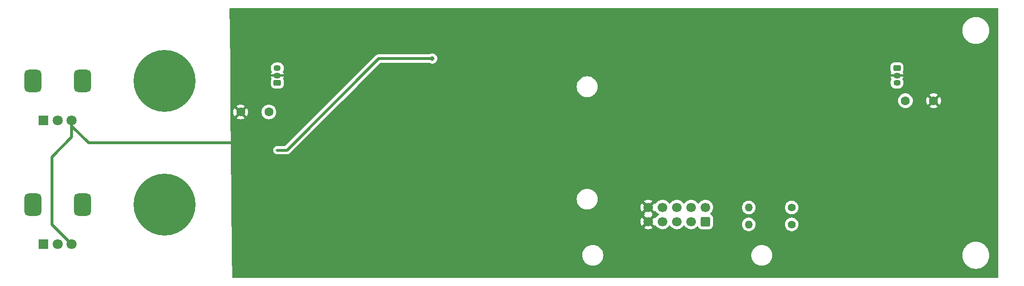
<source format=gtl>
G04 #@! TF.GenerationSoftware,KiCad,Pcbnew,8.0.7*
G04 #@! TF.CreationDate,2025-06-17T21:45:10-04:00*
G04 #@! TF.ProjectId,ESP32_MIDI_Summer25_GTR.kicad_pro,45535033-325f-44d4-9944-495f53756d6d,rev?*
G04 #@! TF.SameCoordinates,Original*
G04 #@! TF.FileFunction,Copper,L1,Top*
G04 #@! TF.FilePolarity,Positive*
%FSLAX46Y46*%
G04 Gerber Fmt 4.6, Leading zero omitted, Abs format (unit mm)*
G04 Created by KiCad (PCBNEW 8.0.7) date 2025-06-17 21:45:10*
%MOMM*%
%LPD*%
G01*
G04 APERTURE LIST*
G04 Aperture macros list*
%AMRoundRect*
0 Rectangle with rounded corners*
0 $1 Rounding radius*
0 $2 $3 $4 $5 $6 $7 $8 $9 X,Y pos of 4 corners*
0 Add a 4 corners polygon primitive as box body*
4,1,4,$2,$3,$4,$5,$6,$7,$8,$9,$2,$3,0*
0 Add four circle primitives for the rounded corners*
1,1,$1+$1,$2,$3*
1,1,$1+$1,$4,$5*
1,1,$1+$1,$6,$7*
1,1,$1+$1,$8,$9*
0 Add four rect primitives between the rounded corners*
20,1,$1+$1,$2,$3,$4,$5,0*
20,1,$1+$1,$4,$5,$6,$7,0*
20,1,$1+$1,$6,$7,$8,$9,0*
20,1,$1+$1,$8,$9,$2,$3,0*%
G04 Aperture macros list end*
G04 #@! TA.AperFunction,ComponentPad*
%ADD10R,1.800000X1.800000*%
G04 #@! TD*
G04 #@! TA.AperFunction,ComponentPad*
%ADD11C,1.800000*%
G04 #@! TD*
G04 #@! TA.AperFunction,ComponentPad*
%ADD12RoundRect,0.750000X0.750000X-1.250000X0.750000X1.250000X-0.750000X1.250000X-0.750000X-1.250000X0*%
G04 #@! TD*
G04 #@! TA.AperFunction,ComponentPad*
%ADD13O,1.300000X1.050000*%
G04 #@! TD*
G04 #@! TA.AperFunction,ComponentPad*
%ADD14RoundRect,0.249900X0.400100X-0.275100X0.400100X0.275100X-0.400100X0.275100X-0.400100X-0.275100X0*%
G04 #@! TD*
G04 #@! TA.AperFunction,ComponentPad*
%ADD15RoundRect,0.249900X-0.400100X0.275100X-0.400100X-0.275100X0.400100X-0.275100X0.400100X0.275100X0*%
G04 #@! TD*
G04 #@! TA.AperFunction,ComponentPad*
%ADD16C,6.800000*%
G04 #@! TD*
G04 #@! TA.AperFunction,ConnectorPad*
%ADD17C,11.000000*%
G04 #@! TD*
G04 #@! TA.AperFunction,ComponentPad*
%ADD18C,1.600000*%
G04 #@! TD*
G04 #@! TA.AperFunction,ComponentPad*
%ADD19C,1.400000*%
G04 #@! TD*
G04 #@! TA.AperFunction,ComponentPad*
%ADD20O,1.400000X1.400000*%
G04 #@! TD*
G04 #@! TA.AperFunction,ComponentPad*
%ADD21RoundRect,0.250000X0.600000X-0.600000X0.600000X0.600000X-0.600000X0.600000X-0.600000X-0.600000X0*%
G04 #@! TD*
G04 #@! TA.AperFunction,ComponentPad*
%ADD22C,1.700000*%
G04 #@! TD*
G04 #@! TA.AperFunction,ViaPad*
%ADD23C,0.800000*%
G04 #@! TD*
G04 #@! TA.AperFunction,Conductor*
%ADD24C,0.500000*%
G04 #@! TD*
G04 APERTURE END LIST*
D10*
X56500000Y-112000000D03*
D11*
X59000000Y-112000000D03*
X61500000Y-112000000D03*
D12*
X54600000Y-105000000D03*
X63400000Y-105000000D03*
D13*
X98000000Y-80700000D03*
X98000000Y-82000000D03*
D14*
X98000000Y-83300000D03*
D15*
X208000000Y-80700000D03*
D13*
X208000000Y-82000000D03*
X208000000Y-83300000D03*
D16*
X78000000Y-105000000D03*
D17*
X78000000Y-105000000D03*
D10*
X56500000Y-90000000D03*
D11*
X59000000Y-90000000D03*
X61500000Y-90000000D03*
D12*
X63400000Y-83000000D03*
X54600000Y-82950000D03*
D16*
X78000000Y-83000000D03*
D17*
X78000000Y-83000000D03*
D18*
X209500000Y-86500000D03*
X214500000Y-86500000D03*
D19*
X189310000Y-105500000D03*
D20*
X181690000Y-105500000D03*
D18*
X96500000Y-88500000D03*
X91500000Y-88500000D03*
D19*
X189310000Y-108500000D03*
D20*
X181690000Y-108500000D03*
D21*
X174000000Y-108000000D03*
D22*
X174000000Y-105460000D03*
X171460000Y-108000000D03*
X171460000Y-105460000D03*
X168920000Y-108000000D03*
X168920000Y-105460000D03*
X166380000Y-108000000D03*
X166380000Y-105460000D03*
X163840000Y-108000000D03*
X163840000Y-105460000D03*
D23*
X125500000Y-79000000D03*
X128000000Y-76500000D03*
D24*
X116000000Y-79000000D02*
X125500000Y-79000000D01*
X98000000Y-95300000D02*
X99700000Y-95300000D01*
X99700000Y-95300000D02*
X116000000Y-79000000D01*
X61500000Y-91000000D02*
X64500000Y-94000000D01*
X64500000Y-94000000D02*
X98000000Y-94000000D01*
X58000000Y-108500000D02*
X58000000Y-96500000D01*
X61500000Y-112000000D02*
X58000000Y-108500000D01*
X61500000Y-90000000D02*
X61500000Y-91000000D01*
X61500000Y-93000000D02*
X61500000Y-90000000D01*
X58000000Y-96500000D02*
X61500000Y-93000000D01*
G04 #@! TA.AperFunction,Conductor*
G36*
X164954925Y-106221371D02*
G01*
X165008120Y-106145404D01*
X165062697Y-106101780D01*
X165132196Y-106094588D01*
X165194550Y-106126111D01*
X165211268Y-106145404D01*
X165341505Y-106331401D01*
X165341506Y-106331402D01*
X165508597Y-106498493D01*
X165508603Y-106498498D01*
X165694158Y-106628425D01*
X165737783Y-106683002D01*
X165744977Y-106752500D01*
X165713454Y-106814855D01*
X165694158Y-106831575D01*
X165508597Y-106961505D01*
X165341508Y-107128594D01*
X165211269Y-107314595D01*
X165156692Y-107358219D01*
X165087193Y-107365412D01*
X165024839Y-107333890D01*
X165008119Y-107314595D01*
X164954925Y-107238626D01*
X164322962Y-107870590D01*
X164305925Y-107807007D01*
X164240099Y-107692993D01*
X164147007Y-107599901D01*
X164032993Y-107534075D01*
X163969409Y-107517037D01*
X164601372Y-106885073D01*
X164524969Y-106831575D01*
X164481344Y-106776998D01*
X164474152Y-106707499D01*
X164505674Y-106645144D01*
X164524968Y-106628426D01*
X164601371Y-106574925D01*
X163969408Y-105942962D01*
X164032993Y-105925925D01*
X164147007Y-105860099D01*
X164240099Y-105767007D01*
X164305925Y-105652993D01*
X164322962Y-105589408D01*
X164954925Y-106221371D01*
G37*
G04 #@! TD.AperFunction*
G04 #@! TA.AperFunction,Conductor*
G36*
X225943039Y-70019685D02*
G01*
X225988794Y-70072489D01*
X226000000Y-70124000D01*
X226000000Y-117876000D01*
X225980315Y-117943039D01*
X225927511Y-117988794D01*
X225876000Y-118000000D01*
X90108239Y-118000000D01*
X90041200Y-117980315D01*
X89995445Y-117927511D01*
X89984245Y-117877204D01*
X89945425Y-113878712D01*
X152149500Y-113878712D01*
X152149500Y-114121288D01*
X152181162Y-114361789D01*
X152192133Y-114402732D01*
X152243947Y-114596104D01*
X152336773Y-114820205D01*
X152336776Y-114820212D01*
X152458064Y-115030289D01*
X152458066Y-115030292D01*
X152458067Y-115030293D01*
X152605733Y-115222736D01*
X152605739Y-115222743D01*
X152777256Y-115394260D01*
X152777262Y-115394265D01*
X152969711Y-115541936D01*
X153179788Y-115663224D01*
X153403900Y-115756054D01*
X153638211Y-115818838D01*
X153818586Y-115842584D01*
X153878711Y-115850500D01*
X153878712Y-115850500D01*
X154121289Y-115850500D01*
X154169388Y-115844167D01*
X154361789Y-115818838D01*
X154596100Y-115756054D01*
X154820212Y-115663224D01*
X155030289Y-115541936D01*
X155222738Y-115394265D01*
X155394265Y-115222738D01*
X155541936Y-115030289D01*
X155663224Y-114820212D01*
X155756054Y-114596100D01*
X155818838Y-114361789D01*
X155850500Y-114121288D01*
X155850500Y-113878712D01*
X182149500Y-113878712D01*
X182149500Y-114121288D01*
X182181162Y-114361789D01*
X182192133Y-114402732D01*
X182243947Y-114596104D01*
X182336773Y-114820205D01*
X182336776Y-114820212D01*
X182458064Y-115030289D01*
X182458066Y-115030292D01*
X182458067Y-115030293D01*
X182605733Y-115222736D01*
X182605739Y-115222743D01*
X182777256Y-115394260D01*
X182777262Y-115394265D01*
X182969711Y-115541936D01*
X183179788Y-115663224D01*
X183403900Y-115756054D01*
X183638211Y-115818838D01*
X183818586Y-115842584D01*
X183878711Y-115850500D01*
X183878712Y-115850500D01*
X184121289Y-115850500D01*
X184169388Y-115844167D01*
X184361789Y-115818838D01*
X184596100Y-115756054D01*
X184820212Y-115663224D01*
X185030289Y-115541936D01*
X185222738Y-115394265D01*
X185394265Y-115222738D01*
X185541936Y-115030289D01*
X185663224Y-114820212D01*
X185756054Y-114596100D01*
X185818838Y-114361789D01*
X185850500Y-114121288D01*
X185850500Y-113878712D01*
X185848719Y-113865186D01*
X219599500Y-113865186D01*
X219599500Y-114134813D01*
X219629686Y-114402719D01*
X219629688Y-114402731D01*
X219689684Y-114665594D01*
X219689687Y-114665602D01*
X219778734Y-114920082D01*
X219895714Y-115162994D01*
X219895716Y-115162997D01*
X220039162Y-115391289D01*
X220207266Y-115602085D01*
X220397915Y-115792734D01*
X220608711Y-115960838D01*
X220837003Y-116104284D01*
X221079921Y-116221267D01*
X221271049Y-116288145D01*
X221334397Y-116310312D01*
X221334405Y-116310315D01*
X221334408Y-116310315D01*
X221334409Y-116310316D01*
X221597268Y-116370312D01*
X221865187Y-116400499D01*
X221865188Y-116400500D01*
X221865191Y-116400500D01*
X222134812Y-116400500D01*
X222134812Y-116400499D01*
X222402732Y-116370312D01*
X222665591Y-116310316D01*
X222920079Y-116221267D01*
X223162997Y-116104284D01*
X223391289Y-115960838D01*
X223602085Y-115792734D01*
X223792734Y-115602085D01*
X223960838Y-115391289D01*
X224104284Y-115162997D01*
X224221267Y-114920079D01*
X224310316Y-114665591D01*
X224370312Y-114402732D01*
X224400500Y-114134809D01*
X224400500Y-113865191D01*
X224370312Y-113597268D01*
X224310316Y-113334409D01*
X224221267Y-113079921D01*
X224104284Y-112837003D01*
X223960838Y-112608711D01*
X223792734Y-112397915D01*
X223602085Y-112207266D01*
X223391289Y-112039162D01*
X223162997Y-111895716D01*
X223162994Y-111895714D01*
X222920082Y-111778734D01*
X222665602Y-111689687D01*
X222665594Y-111689684D01*
X222468446Y-111644687D01*
X222402732Y-111629688D01*
X222402728Y-111629687D01*
X222402719Y-111629686D01*
X222134813Y-111599500D01*
X222134809Y-111599500D01*
X221865191Y-111599500D01*
X221865186Y-111599500D01*
X221597280Y-111629686D01*
X221597268Y-111629688D01*
X221334405Y-111689684D01*
X221334397Y-111689687D01*
X221079917Y-111778734D01*
X220837005Y-111895714D01*
X220608712Y-112039161D01*
X220397915Y-112207265D01*
X220207265Y-112397915D01*
X220039161Y-112608712D01*
X219895714Y-112837005D01*
X219778734Y-113079917D01*
X219689687Y-113334397D01*
X219689684Y-113334405D01*
X219629688Y-113597268D01*
X219629686Y-113597280D01*
X219599500Y-113865186D01*
X185848719Y-113865186D01*
X185818838Y-113638211D01*
X185756054Y-113403900D01*
X185663224Y-113179788D01*
X185541936Y-112969711D01*
X185394265Y-112777262D01*
X185394260Y-112777256D01*
X185222743Y-112605739D01*
X185222736Y-112605733D01*
X185030293Y-112458067D01*
X185030292Y-112458066D01*
X185030289Y-112458064D01*
X184820212Y-112336776D01*
X184820205Y-112336773D01*
X184596104Y-112243947D01*
X184361785Y-112181161D01*
X184121289Y-112149500D01*
X184121288Y-112149500D01*
X183878712Y-112149500D01*
X183878711Y-112149500D01*
X183638214Y-112181161D01*
X183403895Y-112243947D01*
X183179794Y-112336773D01*
X183179785Y-112336777D01*
X182969706Y-112458067D01*
X182777263Y-112605733D01*
X182777256Y-112605739D01*
X182605739Y-112777256D01*
X182605733Y-112777263D01*
X182458067Y-112969706D01*
X182336777Y-113179785D01*
X182336773Y-113179794D01*
X182243947Y-113403895D01*
X182181161Y-113638214D01*
X182151281Y-113865186D01*
X182149500Y-113878712D01*
X155850500Y-113878712D01*
X155818838Y-113638211D01*
X155756054Y-113403900D01*
X155663224Y-113179788D01*
X155541936Y-112969711D01*
X155394265Y-112777262D01*
X155394260Y-112777256D01*
X155222743Y-112605739D01*
X155222736Y-112605733D01*
X155030293Y-112458067D01*
X155030292Y-112458066D01*
X155030289Y-112458064D01*
X154820212Y-112336776D01*
X154820205Y-112336773D01*
X154596104Y-112243947D01*
X154361785Y-112181161D01*
X154121289Y-112149500D01*
X154121288Y-112149500D01*
X153878712Y-112149500D01*
X153878711Y-112149500D01*
X153638214Y-112181161D01*
X153403895Y-112243947D01*
X153179794Y-112336773D01*
X153179785Y-112336777D01*
X152969706Y-112458067D01*
X152777263Y-112605733D01*
X152777256Y-112605739D01*
X152605739Y-112777256D01*
X152605733Y-112777263D01*
X152458067Y-112969706D01*
X152336777Y-113179785D01*
X152336773Y-113179794D01*
X152243947Y-113403895D01*
X152181161Y-113638214D01*
X152151281Y-113865186D01*
X152149500Y-113878712D01*
X89945425Y-113878712D01*
X89848337Y-103878711D01*
X151149500Y-103878711D01*
X151149500Y-104121288D01*
X151178343Y-104340382D01*
X151181162Y-104361789D01*
X151196962Y-104420754D01*
X151243947Y-104596104D01*
X151325873Y-104793890D01*
X151336776Y-104820212D01*
X151458064Y-105030289D01*
X151458066Y-105030292D01*
X151458067Y-105030293D01*
X151605733Y-105222736D01*
X151605739Y-105222743D01*
X151777256Y-105394260D01*
X151777262Y-105394265D01*
X151969711Y-105541936D01*
X152179788Y-105663224D01*
X152403900Y-105756054D01*
X152638211Y-105818838D01*
X152818586Y-105842584D01*
X152878711Y-105850500D01*
X152878712Y-105850500D01*
X153121289Y-105850500D01*
X153169388Y-105844167D01*
X153361789Y-105818838D01*
X153596100Y-105756054D01*
X153820212Y-105663224D01*
X154030289Y-105541936D01*
X154137073Y-105459998D01*
X162484843Y-105459998D01*
X162484843Y-105460001D01*
X162505430Y-105695315D01*
X162505432Y-105695326D01*
X162566566Y-105923483D01*
X162566570Y-105923492D01*
X162666398Y-106137576D01*
X162725073Y-106221372D01*
X163357037Y-105589408D01*
X163374075Y-105652993D01*
X163439901Y-105767007D01*
X163532993Y-105860099D01*
X163647007Y-105925925D01*
X163710591Y-105942962D01*
X163078626Y-106574926D01*
X163155031Y-106628426D01*
X163198656Y-106683003D01*
X163205848Y-106752501D01*
X163174326Y-106814856D01*
X163155030Y-106831575D01*
X163078627Y-106885072D01*
X163078626Y-106885073D01*
X163710591Y-107517037D01*
X163647007Y-107534075D01*
X163532993Y-107599901D01*
X163439901Y-107692993D01*
X163374075Y-107807007D01*
X163357037Y-107870590D01*
X162725073Y-107238626D01*
X162725073Y-107238627D01*
X162666400Y-107322421D01*
X162666399Y-107322423D01*
X162566570Y-107536507D01*
X162566566Y-107536516D01*
X162505432Y-107764673D01*
X162505430Y-107764684D01*
X162484843Y-107999998D01*
X162484843Y-108000001D01*
X162505430Y-108235315D01*
X162505432Y-108235326D01*
X162566566Y-108463483D01*
X162566570Y-108463492D01*
X162666398Y-108677576D01*
X162725073Y-108761372D01*
X163357037Y-108129408D01*
X163374075Y-108192993D01*
X163439901Y-108307007D01*
X163532993Y-108400099D01*
X163647007Y-108465925D01*
X163710591Y-108482962D01*
X163078626Y-109114926D01*
X163162417Y-109173598D01*
X163162421Y-109173600D01*
X163376507Y-109273429D01*
X163376516Y-109273433D01*
X163604673Y-109334567D01*
X163604684Y-109334569D01*
X163839998Y-109355157D01*
X163840002Y-109355157D01*
X164075315Y-109334569D01*
X164075326Y-109334567D01*
X164303483Y-109273433D01*
X164303492Y-109273429D01*
X164517580Y-109173599D01*
X164601371Y-109114925D01*
X163969408Y-108482962D01*
X164032993Y-108465925D01*
X164147007Y-108400099D01*
X164240099Y-108307007D01*
X164305925Y-108192993D01*
X164322962Y-108129408D01*
X164954925Y-108761371D01*
X165008120Y-108685404D01*
X165062697Y-108641780D01*
X165132196Y-108634588D01*
X165194550Y-108666111D01*
X165211268Y-108685404D01*
X165341505Y-108871401D01*
X165508599Y-109038495D01*
X165551675Y-109068657D01*
X165702165Y-109174032D01*
X165702167Y-109174033D01*
X165702170Y-109174035D01*
X165916337Y-109273903D01*
X166144592Y-109335063D01*
X166321034Y-109350500D01*
X166379999Y-109355659D01*
X166380000Y-109355659D01*
X166380001Y-109355659D01*
X166438966Y-109350500D01*
X166615408Y-109335063D01*
X166843663Y-109273903D01*
X167057830Y-109174035D01*
X167251401Y-109038495D01*
X167418495Y-108871401D01*
X167548425Y-108685842D01*
X167603002Y-108642217D01*
X167672500Y-108635023D01*
X167734855Y-108666546D01*
X167751575Y-108685842D01*
X167879109Y-108867980D01*
X167881505Y-108871401D01*
X168048599Y-109038495D01*
X168091675Y-109068657D01*
X168242165Y-109174032D01*
X168242167Y-109174033D01*
X168242170Y-109174035D01*
X168456337Y-109273903D01*
X168684592Y-109335063D01*
X168861034Y-109350500D01*
X168919999Y-109355659D01*
X168920000Y-109355659D01*
X168920001Y-109355659D01*
X168978966Y-109350500D01*
X169155408Y-109335063D01*
X169383663Y-109273903D01*
X169597830Y-109174035D01*
X169791401Y-109038495D01*
X169958495Y-108871401D01*
X170088425Y-108685842D01*
X170143002Y-108642217D01*
X170212500Y-108635023D01*
X170274855Y-108666546D01*
X170291575Y-108685842D01*
X170419109Y-108867980D01*
X170421505Y-108871401D01*
X170588599Y-109038495D01*
X170631675Y-109068657D01*
X170782165Y-109174032D01*
X170782167Y-109174033D01*
X170782170Y-109174035D01*
X170996337Y-109273903D01*
X171224592Y-109335063D01*
X171401034Y-109350500D01*
X171459999Y-109355659D01*
X171460000Y-109355659D01*
X171460001Y-109355659D01*
X171518966Y-109350500D01*
X171695408Y-109335063D01*
X171923663Y-109273903D01*
X172137830Y-109174035D01*
X172331401Y-109038495D01*
X172498495Y-108871401D01*
X172498504Y-108871388D01*
X172499636Y-108870040D01*
X172500293Y-108869602D01*
X172502323Y-108867573D01*
X172502730Y-108867980D01*
X172557805Y-108831334D01*
X172627666Y-108830220D01*
X172687038Y-108867053D01*
X172712337Y-108910735D01*
X172715185Y-108919331D01*
X172715187Y-108919336D01*
X172750069Y-108975888D01*
X172807288Y-109068656D01*
X172931344Y-109192712D01*
X173080666Y-109284814D01*
X173247203Y-109339999D01*
X173349991Y-109350500D01*
X174650008Y-109350499D01*
X174752797Y-109339999D01*
X174919334Y-109284814D01*
X175068656Y-109192712D01*
X175192712Y-109068656D01*
X175284814Y-108919334D01*
X175339999Y-108752797D01*
X175350500Y-108650009D01*
X175350500Y-108499999D01*
X180484357Y-108499999D01*
X180484357Y-108500000D01*
X180504884Y-108721535D01*
X180504885Y-108721537D01*
X180565769Y-108935523D01*
X180565775Y-108935538D01*
X180664938Y-109134683D01*
X180664943Y-109134691D01*
X180799020Y-109312238D01*
X180963437Y-109462123D01*
X180963439Y-109462125D01*
X181152595Y-109579245D01*
X181152596Y-109579245D01*
X181152599Y-109579247D01*
X181360060Y-109659618D01*
X181578757Y-109700500D01*
X181578759Y-109700500D01*
X181801241Y-109700500D01*
X181801243Y-109700500D01*
X182019940Y-109659618D01*
X182227401Y-109579247D01*
X182416562Y-109462124D01*
X182580981Y-109312236D01*
X182715058Y-109134689D01*
X182814229Y-108935528D01*
X182875115Y-108721536D01*
X182895643Y-108500000D01*
X182895643Y-108499999D01*
X188104357Y-108499999D01*
X188104357Y-108500000D01*
X188124884Y-108721535D01*
X188124885Y-108721537D01*
X188185769Y-108935523D01*
X188185775Y-108935538D01*
X188284938Y-109134683D01*
X188284943Y-109134691D01*
X188419020Y-109312238D01*
X188583437Y-109462123D01*
X188583439Y-109462125D01*
X188772595Y-109579245D01*
X188772596Y-109579245D01*
X188772599Y-109579247D01*
X188980060Y-109659618D01*
X189198757Y-109700500D01*
X189198759Y-109700500D01*
X189421241Y-109700500D01*
X189421243Y-109700500D01*
X189639940Y-109659618D01*
X189847401Y-109579247D01*
X190036562Y-109462124D01*
X190200981Y-109312236D01*
X190335058Y-109134689D01*
X190434229Y-108935528D01*
X190495115Y-108721536D01*
X190515643Y-108500000D01*
X190513051Y-108472032D01*
X190495115Y-108278464D01*
X190495114Y-108278462D01*
X190482864Y-108235408D01*
X190434229Y-108064472D01*
X190434224Y-108064461D01*
X190335061Y-107865316D01*
X190335056Y-107865308D01*
X190200979Y-107687761D01*
X190036562Y-107537876D01*
X190036560Y-107537874D01*
X189847404Y-107420754D01*
X189847398Y-107420752D01*
X189639940Y-107340382D01*
X189421243Y-107299500D01*
X189198757Y-107299500D01*
X188980060Y-107340382D01*
X188848864Y-107391207D01*
X188772601Y-107420752D01*
X188772595Y-107420754D01*
X188583439Y-107537874D01*
X188583437Y-107537876D01*
X188419020Y-107687761D01*
X188284943Y-107865308D01*
X188284938Y-107865316D01*
X188185775Y-108064461D01*
X188185769Y-108064476D01*
X188124885Y-108278462D01*
X188124884Y-108278464D01*
X188104357Y-108499999D01*
X182895643Y-108499999D01*
X182893051Y-108472032D01*
X182875115Y-108278464D01*
X182875114Y-108278462D01*
X182862864Y-108235408D01*
X182814229Y-108064472D01*
X182814224Y-108064461D01*
X182715061Y-107865316D01*
X182715056Y-107865308D01*
X182580979Y-107687761D01*
X182416562Y-107537876D01*
X182416560Y-107537874D01*
X182227404Y-107420754D01*
X182227398Y-107420752D01*
X182019940Y-107340382D01*
X181801243Y-107299500D01*
X181578757Y-107299500D01*
X181360060Y-107340382D01*
X181228864Y-107391207D01*
X181152601Y-107420752D01*
X181152595Y-107420754D01*
X180963439Y-107537874D01*
X180963437Y-107537876D01*
X180799020Y-107687761D01*
X180664943Y-107865308D01*
X180664938Y-107865316D01*
X180565775Y-108064461D01*
X180565769Y-108064476D01*
X180504885Y-108278462D01*
X180504884Y-108278464D01*
X180484357Y-108499999D01*
X175350500Y-108499999D01*
X175350499Y-107349992D01*
X175339999Y-107247203D01*
X175284814Y-107080666D01*
X175192712Y-106931344D01*
X175068656Y-106807288D01*
X174975888Y-106750069D01*
X174919336Y-106715187D01*
X174919331Y-106715185D01*
X174919215Y-106715146D01*
X174910733Y-106712336D01*
X174853290Y-106672564D01*
X174826467Y-106608048D01*
X174838782Y-106539272D01*
X174867767Y-106502517D01*
X174867573Y-106502323D01*
X174869219Y-106500676D01*
X174870040Y-106499636D01*
X174871388Y-106498504D01*
X174871401Y-106498495D01*
X175038495Y-106331401D01*
X175174035Y-106137830D01*
X175273903Y-105923663D01*
X175335063Y-105695408D01*
X175352159Y-105499999D01*
X180484357Y-105499999D01*
X180484357Y-105500000D01*
X180504884Y-105721535D01*
X180504885Y-105721537D01*
X180565769Y-105935523D01*
X180565775Y-105935538D01*
X180664938Y-106134683D01*
X180664943Y-106134691D01*
X180799020Y-106312238D01*
X180963437Y-106462123D01*
X180963439Y-106462125D01*
X181152595Y-106579245D01*
X181152596Y-106579245D01*
X181152599Y-106579247D01*
X181360060Y-106659618D01*
X181578757Y-106700500D01*
X181578759Y-106700500D01*
X181801241Y-106700500D01*
X181801243Y-106700500D01*
X182019940Y-106659618D01*
X182227401Y-106579247D01*
X182416562Y-106462124D01*
X182580981Y-106312236D01*
X182715058Y-106134689D01*
X182814229Y-105935528D01*
X182875115Y-105721536D01*
X182895643Y-105500000D01*
X182895643Y-105499999D01*
X188104357Y-105499999D01*
X188104357Y-105500000D01*
X188124884Y-105721535D01*
X188124885Y-105721537D01*
X188185769Y-105935523D01*
X188185775Y-105935538D01*
X188284938Y-106134683D01*
X188284943Y-106134691D01*
X188419020Y-106312238D01*
X188583437Y-106462123D01*
X188583439Y-106462125D01*
X188772595Y-106579245D01*
X188772596Y-106579245D01*
X188772599Y-106579247D01*
X188980060Y-106659618D01*
X189198757Y-106700500D01*
X189198759Y-106700500D01*
X189421241Y-106700500D01*
X189421243Y-106700500D01*
X189639940Y-106659618D01*
X189847401Y-106579247D01*
X190036562Y-106462124D01*
X190200981Y-106312236D01*
X190335058Y-106134689D01*
X190434229Y-105935528D01*
X190495115Y-105721536D01*
X190515643Y-105500000D01*
X190505845Y-105394266D01*
X190495115Y-105278464D01*
X190495114Y-105278462D01*
X190479259Y-105222738D01*
X190434229Y-105064472D01*
X190400391Y-104996516D01*
X190335061Y-104865316D01*
X190335056Y-104865308D01*
X190200979Y-104687761D01*
X190036562Y-104537876D01*
X190036560Y-104537874D01*
X189847404Y-104420754D01*
X189847398Y-104420752D01*
X189639940Y-104340382D01*
X189421243Y-104299500D01*
X189198757Y-104299500D01*
X188980060Y-104340382D01*
X188848864Y-104391207D01*
X188772601Y-104420752D01*
X188772595Y-104420754D01*
X188583439Y-104537874D01*
X188583437Y-104537876D01*
X188419020Y-104687761D01*
X188284943Y-104865308D01*
X188284938Y-104865316D01*
X188185775Y-105064461D01*
X188185769Y-105064476D01*
X188124885Y-105278462D01*
X188124884Y-105278464D01*
X188104357Y-105499999D01*
X182895643Y-105499999D01*
X182885845Y-105394266D01*
X182875115Y-105278464D01*
X182875114Y-105278462D01*
X182859259Y-105222738D01*
X182814229Y-105064472D01*
X182780391Y-104996516D01*
X182715061Y-104865316D01*
X182715056Y-104865308D01*
X182580979Y-104687761D01*
X182416562Y-104537876D01*
X182416560Y-104537874D01*
X182227404Y-104420754D01*
X182227398Y-104420752D01*
X182019940Y-104340382D01*
X181801243Y-104299500D01*
X181578757Y-104299500D01*
X181360060Y-104340382D01*
X181228864Y-104391207D01*
X181152601Y-104420752D01*
X181152595Y-104420754D01*
X180963439Y-104537874D01*
X180963437Y-104537876D01*
X180799020Y-104687761D01*
X180664943Y-104865308D01*
X180664938Y-104865316D01*
X180565775Y-105064461D01*
X180565769Y-105064476D01*
X180504885Y-105278462D01*
X180504884Y-105278464D01*
X180484357Y-105499999D01*
X175352159Y-105499999D01*
X175355659Y-105460000D01*
X175335063Y-105224592D01*
X175273903Y-104996337D01*
X175174035Y-104782171D01*
X175168731Y-104774595D01*
X175038494Y-104588597D01*
X174871402Y-104421506D01*
X174871395Y-104421501D01*
X174870325Y-104420752D01*
X174762245Y-104345073D01*
X174677834Y-104285967D01*
X174677830Y-104285965D01*
X174677828Y-104285964D01*
X174463663Y-104186097D01*
X174463659Y-104186096D01*
X174463655Y-104186094D01*
X174235413Y-104124938D01*
X174235403Y-104124936D01*
X174000001Y-104104341D01*
X173999999Y-104104341D01*
X173764596Y-104124936D01*
X173764586Y-104124938D01*
X173536344Y-104186094D01*
X173536335Y-104186098D01*
X173322171Y-104285964D01*
X173322169Y-104285965D01*
X173128597Y-104421505D01*
X172961505Y-104588597D01*
X172831575Y-104774158D01*
X172776998Y-104817783D01*
X172707500Y-104824977D01*
X172645145Y-104793454D01*
X172628425Y-104774158D01*
X172498494Y-104588597D01*
X172331402Y-104421506D01*
X172331395Y-104421501D01*
X172330325Y-104420752D01*
X172222245Y-104345073D01*
X172137834Y-104285967D01*
X172137830Y-104285965D01*
X172137828Y-104285964D01*
X171923663Y-104186097D01*
X171923659Y-104186096D01*
X171923655Y-104186094D01*
X171695413Y-104124938D01*
X171695403Y-104124936D01*
X171460001Y-104104341D01*
X171459999Y-104104341D01*
X171224596Y-104124936D01*
X171224586Y-104124938D01*
X170996344Y-104186094D01*
X170996335Y-104186098D01*
X170782171Y-104285964D01*
X170782169Y-104285965D01*
X170588597Y-104421505D01*
X170421505Y-104588597D01*
X170291575Y-104774158D01*
X170236998Y-104817783D01*
X170167500Y-104824977D01*
X170105145Y-104793454D01*
X170088425Y-104774158D01*
X169958494Y-104588597D01*
X169791402Y-104421506D01*
X169791395Y-104421501D01*
X169790325Y-104420752D01*
X169682245Y-104345073D01*
X169597834Y-104285967D01*
X169597830Y-104285965D01*
X169597828Y-104285964D01*
X169383663Y-104186097D01*
X169383659Y-104186096D01*
X169383655Y-104186094D01*
X169155413Y-104124938D01*
X169155403Y-104124936D01*
X168920001Y-104104341D01*
X168919999Y-104104341D01*
X168684596Y-104124936D01*
X168684586Y-104124938D01*
X168456344Y-104186094D01*
X168456335Y-104186098D01*
X168242171Y-104285964D01*
X168242169Y-104285965D01*
X168048597Y-104421505D01*
X167881505Y-104588597D01*
X167751575Y-104774158D01*
X167696998Y-104817783D01*
X167627500Y-104824977D01*
X167565145Y-104793454D01*
X167548425Y-104774158D01*
X167418494Y-104588597D01*
X167251402Y-104421506D01*
X167251395Y-104421501D01*
X167250325Y-104420752D01*
X167142245Y-104345073D01*
X167057834Y-104285967D01*
X167057830Y-104285965D01*
X167057828Y-104285964D01*
X166843663Y-104186097D01*
X166843659Y-104186096D01*
X166843655Y-104186094D01*
X166615413Y-104124938D01*
X166615403Y-104124936D01*
X166380001Y-104104341D01*
X166379999Y-104104341D01*
X166144596Y-104124936D01*
X166144586Y-104124938D01*
X165916344Y-104186094D01*
X165916335Y-104186098D01*
X165702171Y-104285964D01*
X165702169Y-104285965D01*
X165508597Y-104421505D01*
X165341508Y-104588594D01*
X165211269Y-104774595D01*
X165156692Y-104818219D01*
X165087193Y-104825412D01*
X165024839Y-104793890D01*
X165008119Y-104774595D01*
X164954925Y-104698626D01*
X164322962Y-105330590D01*
X164305925Y-105267007D01*
X164240099Y-105152993D01*
X164147007Y-105059901D01*
X164032993Y-104994075D01*
X163969409Y-104977037D01*
X164601372Y-104345073D01*
X164517576Y-104286398D01*
X164303492Y-104186570D01*
X164303483Y-104186566D01*
X164075326Y-104125432D01*
X164075315Y-104125430D01*
X163840002Y-104104843D01*
X163839998Y-104104843D01*
X163604684Y-104125430D01*
X163604673Y-104125432D01*
X163376516Y-104186566D01*
X163376507Y-104186570D01*
X163162423Y-104286399D01*
X163162421Y-104286400D01*
X163078627Y-104345073D01*
X163078626Y-104345073D01*
X163710591Y-104977037D01*
X163647007Y-104994075D01*
X163532993Y-105059901D01*
X163439901Y-105152993D01*
X163374075Y-105267007D01*
X163357037Y-105330590D01*
X162725073Y-104698626D01*
X162725073Y-104698627D01*
X162666400Y-104782421D01*
X162666399Y-104782423D01*
X162566570Y-104996507D01*
X162566566Y-104996516D01*
X162505432Y-105224673D01*
X162505430Y-105224684D01*
X162484843Y-105459998D01*
X154137073Y-105459998D01*
X154222738Y-105394265D01*
X154394265Y-105222738D01*
X154541936Y-105030289D01*
X154663224Y-104820212D01*
X154756054Y-104596100D01*
X154818838Y-104361789D01*
X154850500Y-104121288D01*
X154850500Y-103878712D01*
X154818838Y-103638211D01*
X154756054Y-103403900D01*
X154663224Y-103179788D01*
X154541936Y-102969711D01*
X154394265Y-102777262D01*
X154394260Y-102777256D01*
X154222743Y-102605739D01*
X154222736Y-102605733D01*
X154030293Y-102458067D01*
X154030292Y-102458066D01*
X154030289Y-102458064D01*
X153820212Y-102336776D01*
X153820205Y-102336773D01*
X153596104Y-102243947D01*
X153361785Y-102181161D01*
X153121289Y-102149500D01*
X153121288Y-102149500D01*
X152878712Y-102149500D01*
X152878711Y-102149500D01*
X152638214Y-102181161D01*
X152403895Y-102243947D01*
X152179794Y-102336773D01*
X152179785Y-102336777D01*
X151969706Y-102458067D01*
X151777263Y-102605733D01*
X151777256Y-102605739D01*
X151605739Y-102777256D01*
X151605733Y-102777263D01*
X151458067Y-102969706D01*
X151336777Y-103179785D01*
X151336773Y-103179794D01*
X151243947Y-103403895D01*
X151181161Y-103638214D01*
X151149500Y-103878711D01*
X89848337Y-103878711D01*
X89765766Y-95373920D01*
X97249499Y-95373920D01*
X97278340Y-95518907D01*
X97278343Y-95518917D01*
X97334912Y-95655488D01*
X97334919Y-95655501D01*
X97417048Y-95778415D01*
X97417051Y-95778419D01*
X97521580Y-95882948D01*
X97521584Y-95882951D01*
X97644498Y-95965080D01*
X97644511Y-95965087D01*
X97781082Y-96021656D01*
X97781087Y-96021658D01*
X97781091Y-96021658D01*
X97781092Y-96021659D01*
X97926079Y-96050500D01*
X97926082Y-96050500D01*
X99773920Y-96050500D01*
X99871462Y-96031096D01*
X99918913Y-96021658D01*
X100055495Y-95965084D01*
X100104729Y-95932186D01*
X100178416Y-95882952D01*
X109561370Y-86499998D01*
X208194532Y-86499998D01*
X208194532Y-86500001D01*
X208214364Y-86726686D01*
X208214366Y-86726697D01*
X208273258Y-86946488D01*
X208273261Y-86946497D01*
X208369431Y-87152732D01*
X208369432Y-87152734D01*
X208499954Y-87339141D01*
X208660858Y-87500045D01*
X208660861Y-87500047D01*
X208847266Y-87630568D01*
X209053504Y-87726739D01*
X209273308Y-87785635D01*
X209435230Y-87799801D01*
X209499998Y-87805468D01*
X209500000Y-87805468D01*
X209500002Y-87805468D01*
X209556673Y-87800509D01*
X209726692Y-87785635D01*
X209946496Y-87726739D01*
X210152734Y-87630568D01*
X210339139Y-87500047D01*
X210500047Y-87339139D01*
X210630568Y-87152734D01*
X210726739Y-86946496D01*
X210785635Y-86726692D01*
X210805468Y-86500000D01*
X210805468Y-86499997D01*
X213195034Y-86499997D01*
X213195034Y-86500002D01*
X213214858Y-86726599D01*
X213214860Y-86726610D01*
X213273730Y-86946317D01*
X213273735Y-86946331D01*
X213369863Y-87152478D01*
X213420974Y-87225472D01*
X214100000Y-86546446D01*
X214100000Y-86552661D01*
X214127259Y-86654394D01*
X214179920Y-86745606D01*
X214254394Y-86820080D01*
X214345606Y-86872741D01*
X214447339Y-86900000D01*
X214453553Y-86900000D01*
X213774526Y-87579025D01*
X213847513Y-87630132D01*
X213847521Y-87630136D01*
X214053668Y-87726264D01*
X214053682Y-87726269D01*
X214273389Y-87785139D01*
X214273400Y-87785141D01*
X214499998Y-87804966D01*
X214500002Y-87804966D01*
X214726599Y-87785141D01*
X214726610Y-87785139D01*
X214946317Y-87726269D01*
X214946331Y-87726264D01*
X215152478Y-87630136D01*
X215225471Y-87579024D01*
X214546447Y-86900000D01*
X214552661Y-86900000D01*
X214654394Y-86872741D01*
X214745606Y-86820080D01*
X214820080Y-86745606D01*
X214872741Y-86654394D01*
X214900000Y-86552661D01*
X214900000Y-86546447D01*
X215579024Y-87225471D01*
X215630136Y-87152478D01*
X215726264Y-86946331D01*
X215726269Y-86946317D01*
X215785139Y-86726610D01*
X215785141Y-86726599D01*
X215804966Y-86500002D01*
X215804966Y-86499997D01*
X215785141Y-86273400D01*
X215785139Y-86273389D01*
X215726269Y-86053682D01*
X215726264Y-86053668D01*
X215630136Y-85847521D01*
X215630132Y-85847513D01*
X215579025Y-85774526D01*
X214900000Y-86453551D01*
X214900000Y-86447339D01*
X214872741Y-86345606D01*
X214820080Y-86254394D01*
X214745606Y-86179920D01*
X214654394Y-86127259D01*
X214552661Y-86100000D01*
X214546445Y-86100000D01*
X215225472Y-85420974D01*
X215152478Y-85369863D01*
X214946331Y-85273735D01*
X214946317Y-85273730D01*
X214726610Y-85214860D01*
X214726599Y-85214858D01*
X214500002Y-85195034D01*
X214499998Y-85195034D01*
X214273400Y-85214858D01*
X214273389Y-85214860D01*
X214053682Y-85273730D01*
X214053673Y-85273734D01*
X213847516Y-85369866D01*
X213847512Y-85369868D01*
X213774526Y-85420973D01*
X213774526Y-85420974D01*
X214453553Y-86100000D01*
X214447339Y-86100000D01*
X214345606Y-86127259D01*
X214254394Y-86179920D01*
X214179920Y-86254394D01*
X214127259Y-86345606D01*
X214100000Y-86447339D01*
X214100000Y-86453552D01*
X213420974Y-85774526D01*
X213420973Y-85774526D01*
X213369868Y-85847512D01*
X213369866Y-85847516D01*
X213273734Y-86053673D01*
X213273730Y-86053682D01*
X213214860Y-86273389D01*
X213214858Y-86273400D01*
X213195034Y-86499997D01*
X210805468Y-86499997D01*
X210785635Y-86273308D01*
X210726739Y-86053504D01*
X210630568Y-85847266D01*
X210500047Y-85660861D01*
X210500045Y-85660858D01*
X210339141Y-85499954D01*
X210152734Y-85369432D01*
X210152732Y-85369431D01*
X209946497Y-85273261D01*
X209946488Y-85273258D01*
X209726697Y-85214366D01*
X209726693Y-85214365D01*
X209726692Y-85214365D01*
X209726691Y-85214364D01*
X209726686Y-85214364D01*
X209500002Y-85194532D01*
X209499998Y-85194532D01*
X209273313Y-85214364D01*
X209273302Y-85214366D01*
X209053511Y-85273258D01*
X209053502Y-85273261D01*
X208847267Y-85369431D01*
X208847265Y-85369432D01*
X208660858Y-85499954D01*
X208499954Y-85660858D01*
X208369432Y-85847265D01*
X208369431Y-85847267D01*
X208273261Y-86053502D01*
X208273258Y-86053511D01*
X208214366Y-86273302D01*
X208214364Y-86273313D01*
X208194532Y-86499998D01*
X109561370Y-86499998D01*
X112182657Y-83878711D01*
X151149500Y-83878711D01*
X151149500Y-84121288D01*
X151181161Y-84361785D01*
X151243947Y-84596104D01*
X151336773Y-84820205D01*
X151336776Y-84820212D01*
X151458064Y-85030289D01*
X151458066Y-85030292D01*
X151458067Y-85030293D01*
X151605733Y-85222736D01*
X151605739Y-85222743D01*
X151777256Y-85394260D01*
X151777263Y-85394266D01*
X151812070Y-85420974D01*
X151969711Y-85541936D01*
X152179788Y-85663224D01*
X152403900Y-85756054D01*
X152638211Y-85818838D01*
X152818586Y-85842584D01*
X152878711Y-85850500D01*
X152878712Y-85850500D01*
X153121289Y-85850500D01*
X153169388Y-85844167D01*
X153361789Y-85818838D01*
X153596100Y-85756054D01*
X153820212Y-85663224D01*
X154030289Y-85541936D01*
X154222738Y-85394265D01*
X154394265Y-85222738D01*
X154541936Y-85030289D01*
X154663224Y-84820212D01*
X154756054Y-84596100D01*
X154818838Y-84361789D01*
X154850500Y-84121288D01*
X154850500Y-83878712D01*
X154818838Y-83638211D01*
X154756054Y-83403900D01*
X154754854Y-83401004D01*
X154744195Y-83375269D01*
X154663224Y-83179788D01*
X154541936Y-82969711D01*
X154394265Y-82777262D01*
X154394260Y-82777256D01*
X154222743Y-82605739D01*
X154222736Y-82605733D01*
X154030293Y-82458067D01*
X154030292Y-82458066D01*
X154030289Y-82458064D01*
X153820212Y-82336776D01*
X153820205Y-82336773D01*
X153596104Y-82243947D01*
X153478944Y-82212554D01*
X153361789Y-82181162D01*
X153361788Y-82181161D01*
X153361785Y-82181161D01*
X153121289Y-82149500D01*
X153121288Y-82149500D01*
X152878712Y-82149500D01*
X152878711Y-82149500D01*
X152638214Y-82181161D01*
X152403895Y-82243947D01*
X152179794Y-82336773D01*
X152179785Y-82336777D01*
X151969706Y-82458067D01*
X151777263Y-82605733D01*
X151777256Y-82605739D01*
X151605739Y-82777256D01*
X151605733Y-82777263D01*
X151458067Y-82969706D01*
X151336777Y-83179785D01*
X151336773Y-83179794D01*
X151243947Y-83403895D01*
X151181161Y-83638214D01*
X151149500Y-83878711D01*
X112182657Y-83878711D01*
X115686475Y-80374893D01*
X206849500Y-80374893D01*
X206849500Y-81025091D01*
X206849501Y-81025109D01*
X206859999Y-81127876D01*
X206860000Y-81127879D01*
X206915176Y-81294388D01*
X206915181Y-81294399D01*
X206968672Y-81381120D01*
X206987113Y-81448512D01*
X206968321Y-81508460D01*
X206969529Y-81509106D01*
X206966652Y-81514487D01*
X206889390Y-81701016D01*
X206889387Y-81701025D01*
X206879647Y-81750000D01*
X207833012Y-81750000D01*
X207815795Y-81759940D01*
X207759940Y-81815795D01*
X207720444Y-81884204D01*
X207700000Y-81960504D01*
X207700000Y-82039496D01*
X207720444Y-82115796D01*
X207759940Y-82184205D01*
X207815795Y-82240060D01*
X207833012Y-82250000D01*
X206879647Y-82250000D01*
X206889387Y-82298974D01*
X206889390Y-82298983D01*
X206966654Y-82485516D01*
X207030226Y-82580660D01*
X207051103Y-82647337D01*
X207032618Y-82714717D01*
X207030226Y-82718439D01*
X206966214Y-82814242D01*
X206888909Y-83000872D01*
X206888907Y-83000880D01*
X206849500Y-83198992D01*
X206849500Y-83401007D01*
X206888907Y-83599119D01*
X206888909Y-83599127D01*
X206966212Y-83785752D01*
X206966217Y-83785762D01*
X207078441Y-83953718D01*
X207221281Y-84096558D01*
X207389237Y-84208782D01*
X207389241Y-84208784D01*
X207389244Y-84208786D01*
X207575873Y-84286091D01*
X207721210Y-84315000D01*
X207773992Y-84325499D01*
X207773996Y-84325500D01*
X207773997Y-84325500D01*
X208226004Y-84325500D01*
X208226005Y-84325499D01*
X208424127Y-84286091D01*
X208610756Y-84208786D01*
X208778718Y-84096558D01*
X208921558Y-83953718D01*
X209033786Y-83785756D01*
X209111091Y-83599127D01*
X209150500Y-83401003D01*
X209150500Y-83198997D01*
X209111091Y-83000873D01*
X209033786Y-82814244D01*
X209033785Y-82814242D01*
X209033785Y-82814241D01*
X208969773Y-82718440D01*
X208948895Y-82651763D01*
X208967380Y-82584383D01*
X208969774Y-82580658D01*
X209033339Y-82485528D01*
X209033347Y-82485513D01*
X209110609Y-82298983D01*
X209110612Y-82298974D01*
X209120353Y-82250000D01*
X208166988Y-82250000D01*
X208184205Y-82240060D01*
X208240060Y-82184205D01*
X208279556Y-82115796D01*
X208300000Y-82039496D01*
X208300000Y-81960504D01*
X208279556Y-81884204D01*
X208240060Y-81815795D01*
X208184205Y-81759940D01*
X208166988Y-81750000D01*
X209120353Y-81750000D01*
X209110612Y-81701025D01*
X209110609Y-81701016D01*
X209033346Y-81514484D01*
X209030475Y-81509113D01*
X209031684Y-81508466D01*
X209012885Y-81448436D01*
X209031325Y-81381122D01*
X209084823Y-81294391D01*
X209140000Y-81127877D01*
X209150500Y-81025099D01*
X209150499Y-80374902D01*
X209140000Y-80272123D01*
X209084823Y-80105609D01*
X209084819Y-80105603D01*
X209084818Y-80105600D01*
X208992734Y-79956310D01*
X208992731Y-79956306D01*
X208868693Y-79832268D01*
X208868689Y-79832265D01*
X208719399Y-79740181D01*
X208719393Y-79740178D01*
X208719391Y-79740177D01*
X208719388Y-79740176D01*
X208552878Y-79685000D01*
X208450100Y-79674500D01*
X207549908Y-79674500D01*
X207549890Y-79674501D01*
X207447123Y-79684999D01*
X207447120Y-79685000D01*
X207280611Y-79740176D01*
X207280600Y-79740181D01*
X207131310Y-79832265D01*
X207131306Y-79832268D01*
X207007268Y-79956306D01*
X207007265Y-79956310D01*
X206915181Y-80105600D01*
X206915176Y-80105611D01*
X206860000Y-80272121D01*
X206849500Y-80374893D01*
X115686475Y-80374893D01*
X116274549Y-79786819D01*
X116335872Y-79753334D01*
X116362230Y-79750500D01*
X124960663Y-79750500D01*
X125027702Y-79770185D01*
X125033548Y-79774182D01*
X125047265Y-79784148D01*
X125047270Y-79784151D01*
X125220192Y-79861142D01*
X125220197Y-79861144D01*
X125405354Y-79900500D01*
X125405355Y-79900500D01*
X125594644Y-79900500D01*
X125594646Y-79900500D01*
X125779803Y-79861144D01*
X125952730Y-79784151D01*
X126105871Y-79672888D01*
X126232533Y-79532216D01*
X126327179Y-79368284D01*
X126385674Y-79188256D01*
X126405460Y-79000000D01*
X126385674Y-78811744D01*
X126327179Y-78631716D01*
X126232533Y-78467784D01*
X126105871Y-78327112D01*
X126038745Y-78278342D01*
X125952734Y-78215851D01*
X125952729Y-78215848D01*
X125779807Y-78138857D01*
X125779802Y-78138855D01*
X125634001Y-78107865D01*
X125594646Y-78099500D01*
X125405354Y-78099500D01*
X125372897Y-78106398D01*
X125220197Y-78138855D01*
X125220192Y-78138857D01*
X125047270Y-78215848D01*
X125047265Y-78215851D01*
X125033548Y-78225818D01*
X124967742Y-78249298D01*
X124960663Y-78249500D01*
X115926080Y-78249500D01*
X115781092Y-78278340D01*
X115781086Y-78278342D01*
X115644508Y-78334914D01*
X115644496Y-78334921D01*
X115595269Y-78367813D01*
X115521588Y-78417044D01*
X115521580Y-78417050D01*
X99425451Y-94513181D01*
X99364128Y-94546666D01*
X99337770Y-94549500D01*
X97926080Y-94549500D01*
X97781092Y-94578340D01*
X97781082Y-94578343D01*
X97644511Y-94634912D01*
X97644498Y-94634919D01*
X97521584Y-94717048D01*
X97521580Y-94717051D01*
X97417051Y-94821580D01*
X97417048Y-94821584D01*
X97334919Y-94944498D01*
X97334912Y-94944511D01*
X97278343Y-95081082D01*
X97278340Y-95081092D01*
X97249500Y-95226079D01*
X97249500Y-95226082D01*
X97249500Y-95373918D01*
X97249500Y-95373920D01*
X97249499Y-95373920D01*
X89765766Y-95373920D01*
X89699029Y-88499997D01*
X90195034Y-88499997D01*
X90195034Y-88500002D01*
X90214858Y-88726599D01*
X90214860Y-88726610D01*
X90273730Y-88946317D01*
X90273735Y-88946331D01*
X90369863Y-89152478D01*
X90420974Y-89225472D01*
X91100000Y-88546446D01*
X91100000Y-88552661D01*
X91127259Y-88654394D01*
X91179920Y-88745606D01*
X91254394Y-88820080D01*
X91345606Y-88872741D01*
X91447339Y-88900000D01*
X91453553Y-88900000D01*
X90774526Y-89579025D01*
X90847513Y-89630132D01*
X90847521Y-89630136D01*
X91053668Y-89726264D01*
X91053682Y-89726269D01*
X91273389Y-89785139D01*
X91273400Y-89785141D01*
X91499998Y-89804966D01*
X91500002Y-89804966D01*
X91726599Y-89785141D01*
X91726610Y-89785139D01*
X91946317Y-89726269D01*
X91946331Y-89726264D01*
X92152478Y-89630136D01*
X92225471Y-89579024D01*
X91546447Y-88900000D01*
X91552661Y-88900000D01*
X91654394Y-88872741D01*
X91745606Y-88820080D01*
X91820080Y-88745606D01*
X91872741Y-88654394D01*
X91900000Y-88552661D01*
X91900000Y-88546447D01*
X92579024Y-89225471D01*
X92630136Y-89152478D01*
X92726264Y-88946331D01*
X92726269Y-88946317D01*
X92785139Y-88726610D01*
X92785141Y-88726599D01*
X92804966Y-88500002D01*
X92804966Y-88499998D01*
X95194532Y-88499998D01*
X95194532Y-88500001D01*
X95214364Y-88726686D01*
X95214366Y-88726697D01*
X95273258Y-88946488D01*
X95273261Y-88946497D01*
X95369431Y-89152732D01*
X95369432Y-89152734D01*
X95499954Y-89339141D01*
X95660858Y-89500045D01*
X95660861Y-89500047D01*
X95847266Y-89630568D01*
X96053504Y-89726739D01*
X96273308Y-89785635D01*
X96435230Y-89799801D01*
X96499998Y-89805468D01*
X96500000Y-89805468D01*
X96500002Y-89805468D01*
X96556673Y-89800509D01*
X96726692Y-89785635D01*
X96946496Y-89726739D01*
X97152734Y-89630568D01*
X97339139Y-89500047D01*
X97500047Y-89339139D01*
X97630568Y-89152734D01*
X97726739Y-88946496D01*
X97785635Y-88726692D01*
X97805468Y-88500000D01*
X97785635Y-88273308D01*
X97726739Y-88053504D01*
X97630568Y-87847266D01*
X97500047Y-87660861D01*
X97500045Y-87660858D01*
X97339141Y-87499954D01*
X97152734Y-87369432D01*
X97152732Y-87369431D01*
X96946497Y-87273261D01*
X96946488Y-87273258D01*
X96726697Y-87214366D01*
X96726693Y-87214365D01*
X96726692Y-87214365D01*
X96726691Y-87214364D01*
X96726686Y-87214364D01*
X96500002Y-87194532D01*
X96499998Y-87194532D01*
X96273313Y-87214364D01*
X96273302Y-87214366D01*
X96053511Y-87273258D01*
X96053502Y-87273261D01*
X95847267Y-87369431D01*
X95847265Y-87369432D01*
X95660858Y-87499954D01*
X95499954Y-87660858D01*
X95369432Y-87847265D01*
X95369431Y-87847267D01*
X95273261Y-88053502D01*
X95273258Y-88053511D01*
X95214366Y-88273302D01*
X95214364Y-88273313D01*
X95194532Y-88499998D01*
X92804966Y-88499998D01*
X92804966Y-88499997D01*
X92785141Y-88273400D01*
X92785139Y-88273389D01*
X92726269Y-88053682D01*
X92726264Y-88053668D01*
X92630136Y-87847521D01*
X92630132Y-87847513D01*
X92579025Y-87774526D01*
X91900000Y-88453551D01*
X91900000Y-88447339D01*
X91872741Y-88345606D01*
X91820080Y-88254394D01*
X91745606Y-88179920D01*
X91654394Y-88127259D01*
X91552661Y-88100000D01*
X91546445Y-88100000D01*
X92225472Y-87420974D01*
X92152478Y-87369863D01*
X91946331Y-87273735D01*
X91946317Y-87273730D01*
X91726610Y-87214860D01*
X91726599Y-87214858D01*
X91500002Y-87195034D01*
X91499998Y-87195034D01*
X91273400Y-87214858D01*
X91273389Y-87214860D01*
X91053682Y-87273730D01*
X91053673Y-87273734D01*
X90847516Y-87369866D01*
X90847512Y-87369868D01*
X90774526Y-87420973D01*
X90774526Y-87420974D01*
X91453553Y-88100000D01*
X91447339Y-88100000D01*
X91345606Y-88127259D01*
X91254394Y-88179920D01*
X91179920Y-88254394D01*
X91127259Y-88345606D01*
X91100000Y-88447339D01*
X91100000Y-88453552D01*
X90420974Y-87774526D01*
X90420973Y-87774526D01*
X90369868Y-87847512D01*
X90369866Y-87847516D01*
X90273734Y-88053673D01*
X90273730Y-88053682D01*
X90214860Y-88273389D01*
X90214858Y-88273400D01*
X90195034Y-88499997D01*
X89699029Y-88499997D01*
X89622320Y-80598992D01*
X96849500Y-80598992D01*
X96849500Y-80801007D01*
X96888907Y-80999119D01*
X96888909Y-80999127D01*
X96966213Y-81185754D01*
X97030226Y-81281558D01*
X97051103Y-81348236D01*
X97032618Y-81415616D01*
X97030226Y-81419337D01*
X96966661Y-81514471D01*
X96966652Y-81514487D01*
X96889390Y-81701016D01*
X96889387Y-81701025D01*
X96879647Y-81750000D01*
X97833012Y-81750000D01*
X97815795Y-81759940D01*
X97759940Y-81815795D01*
X97720444Y-81884204D01*
X97700000Y-81960504D01*
X97700000Y-82039496D01*
X97720444Y-82115796D01*
X97759940Y-82184205D01*
X97815795Y-82240060D01*
X97833012Y-82250000D01*
X96879647Y-82250000D01*
X96889387Y-82298974D01*
X96889390Y-82298983D01*
X96966653Y-82485515D01*
X96969525Y-82490887D01*
X96968316Y-82491533D01*
X96987114Y-82551570D01*
X96968673Y-82618879D01*
X96915178Y-82705606D01*
X96915176Y-82705611D01*
X96860000Y-82872121D01*
X96849500Y-82974893D01*
X96849500Y-83625091D01*
X96849501Y-83625109D01*
X96859999Y-83727876D01*
X96860000Y-83727879D01*
X96915176Y-83894388D01*
X96915181Y-83894399D01*
X97007265Y-84043689D01*
X97007268Y-84043693D01*
X97131306Y-84167731D01*
X97131310Y-84167734D01*
X97280600Y-84259818D01*
X97280603Y-84259819D01*
X97280609Y-84259823D01*
X97447123Y-84315000D01*
X97549901Y-84325500D01*
X98450098Y-84325499D01*
X98450106Y-84325498D01*
X98450109Y-84325498D01*
X98506387Y-84319748D01*
X98552877Y-84315000D01*
X98719391Y-84259823D01*
X98868693Y-84167732D01*
X98992732Y-84043693D01*
X99084823Y-83894391D01*
X99140000Y-83727877D01*
X99150500Y-83625099D01*
X99150499Y-82974902D01*
X99140000Y-82872123D01*
X99084823Y-82705609D01*
X99031326Y-82618878D01*
X99012887Y-82551486D01*
X99031682Y-82491540D01*
X99030472Y-82490893D01*
X99033346Y-82485515D01*
X99110609Y-82298983D01*
X99110612Y-82298974D01*
X99120353Y-82250000D01*
X98166988Y-82250000D01*
X98184205Y-82240060D01*
X98240060Y-82184205D01*
X98279556Y-82115796D01*
X98300000Y-82039496D01*
X98300000Y-81960504D01*
X98279556Y-81884204D01*
X98240060Y-81815795D01*
X98184205Y-81759940D01*
X98166988Y-81750000D01*
X99120353Y-81750000D01*
X99110612Y-81701025D01*
X99110609Y-81701016D01*
X99033347Y-81514486D01*
X99033340Y-81514473D01*
X98969773Y-81419339D01*
X98948895Y-81352662D01*
X98967379Y-81285282D01*
X98969726Y-81281627D01*
X99033786Y-81185756D01*
X99111091Y-80999127D01*
X99150500Y-80801003D01*
X99150500Y-80598997D01*
X99111091Y-80400873D01*
X99033786Y-80214244D01*
X99033784Y-80214241D01*
X99033782Y-80214237D01*
X98921558Y-80046281D01*
X98778718Y-79903441D01*
X98610762Y-79791217D01*
X98610752Y-79791212D01*
X98424127Y-79713909D01*
X98424119Y-79713907D01*
X98226007Y-79674500D01*
X98226003Y-79674500D01*
X97773997Y-79674500D01*
X97773992Y-79674500D01*
X97575880Y-79713907D01*
X97575872Y-79713909D01*
X97389247Y-79791212D01*
X97389237Y-79791217D01*
X97221281Y-79903441D01*
X97078441Y-80046281D01*
X96966217Y-80214237D01*
X96966212Y-80214247D01*
X96888909Y-80400872D01*
X96888907Y-80400880D01*
X96849500Y-80598992D01*
X89622320Y-80598992D01*
X89556943Y-73865186D01*
X219599500Y-73865186D01*
X219599500Y-74134813D01*
X219629686Y-74402719D01*
X219629688Y-74402731D01*
X219689684Y-74665594D01*
X219689687Y-74665602D01*
X219778734Y-74920082D01*
X219895714Y-75162994D01*
X219895716Y-75162997D01*
X220039162Y-75391289D01*
X220207266Y-75602085D01*
X220397915Y-75792734D01*
X220608711Y-75960838D01*
X220837003Y-76104284D01*
X221079921Y-76221267D01*
X221271049Y-76288145D01*
X221334397Y-76310312D01*
X221334405Y-76310315D01*
X221334408Y-76310315D01*
X221334409Y-76310316D01*
X221597268Y-76370312D01*
X221865187Y-76400499D01*
X221865188Y-76400500D01*
X221865191Y-76400500D01*
X222134812Y-76400500D01*
X222134812Y-76400499D01*
X222402732Y-76370312D01*
X222665591Y-76310316D01*
X222920079Y-76221267D01*
X223162997Y-76104284D01*
X223391289Y-75960838D01*
X223602085Y-75792734D01*
X223792734Y-75602085D01*
X223960838Y-75391289D01*
X224104284Y-75162997D01*
X224221267Y-74920079D01*
X224310316Y-74665591D01*
X224370312Y-74402732D01*
X224400500Y-74134809D01*
X224400500Y-73865191D01*
X224370312Y-73597268D01*
X224310316Y-73334409D01*
X224221267Y-73079921D01*
X224104284Y-72837003D01*
X223960838Y-72608711D01*
X223792734Y-72397915D01*
X223602085Y-72207266D01*
X223391289Y-72039162D01*
X223162997Y-71895716D01*
X223162994Y-71895714D01*
X222920082Y-71778734D01*
X222665602Y-71689687D01*
X222665594Y-71689684D01*
X222468446Y-71644687D01*
X222402732Y-71629688D01*
X222402728Y-71629687D01*
X222402719Y-71629686D01*
X222134813Y-71599500D01*
X222134809Y-71599500D01*
X221865191Y-71599500D01*
X221865186Y-71599500D01*
X221597280Y-71629686D01*
X221597268Y-71629688D01*
X221334405Y-71689684D01*
X221334397Y-71689687D01*
X221079917Y-71778734D01*
X220837005Y-71895714D01*
X220608712Y-72039161D01*
X220397915Y-72207265D01*
X220207265Y-72397915D01*
X220039161Y-72608712D01*
X219895714Y-72837005D01*
X219778734Y-73079917D01*
X219689687Y-73334397D01*
X219689684Y-73334405D01*
X219629688Y-73597268D01*
X219629686Y-73597280D01*
X219599500Y-73865186D01*
X89556943Y-73865186D01*
X89520633Y-70125204D01*
X89539666Y-70057976D01*
X89592023Y-70011711D01*
X89644627Y-70000000D01*
X225876000Y-70000000D01*
X225943039Y-70019685D01*
G37*
G04 #@! TD.AperFunction*
M02*

</source>
